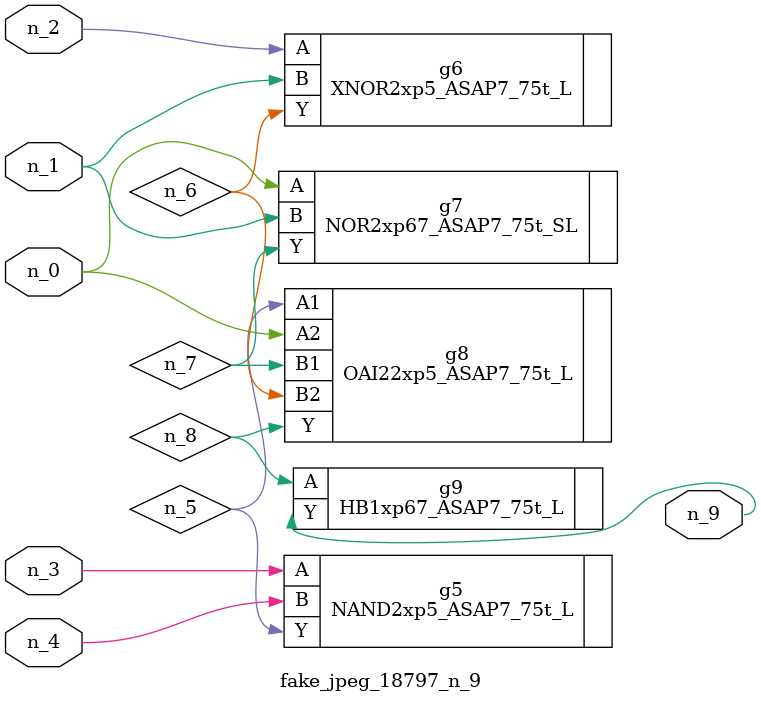
<source format=v>
module fake_jpeg_18797_n_9 (n_3, n_2, n_1, n_0, n_4, n_9);

input n_3;
input n_2;
input n_1;
input n_0;
input n_4;

output n_9;

wire n_8;
wire n_6;
wire n_5;
wire n_7;

NAND2xp5_ASAP7_75t_L g5 ( 
.A(n_3),
.B(n_4),
.Y(n_5)
);

XNOR2xp5_ASAP7_75t_L g6 ( 
.A(n_2),
.B(n_1),
.Y(n_6)
);

NOR2xp67_ASAP7_75t_SL g7 ( 
.A(n_0),
.B(n_1),
.Y(n_7)
);

OAI22xp5_ASAP7_75t_L g8 ( 
.A1(n_5),
.A2(n_0),
.B1(n_7),
.B2(n_6),
.Y(n_8)
);

HB1xp67_ASAP7_75t_L g9 ( 
.A(n_8),
.Y(n_9)
);


endmodule
</source>
